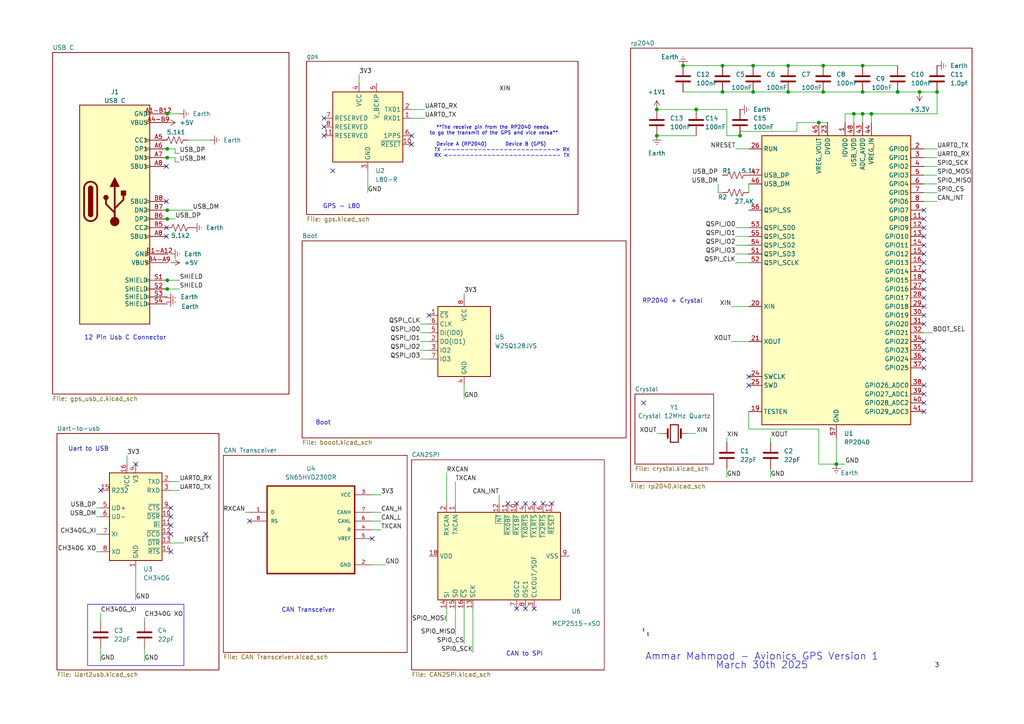
<source format=kicad_sch>
(kicad_sch (version 20231120) (generator "eeschema") (generator_version "8.0")
  (paper "A4")
  (lib_symbols
    (symbol "CAN Transceiver:SN65HVD230DR" (pin_names (offset 1.016))
      (property "Reference" "U" (at -12.7 13.7 0))
      (property "Value" "SN65HVD230DR" (at -12.7 -16.7 0))
      (symbol "SN65HVD230DR_0_0"
        (rectangle (start -12.7 -12.7) (end 12.7 12.7) (stroke (width 0.41)) (fill (type background)))
        (pin input line (at -17.78 5.08 0) (length 5.08) (name "D") (number "1"))
        (pin power_in line (at 17.78 -10.16 180) (length 5.08) (name "GND") (number "2"))
        (pin power_in line (at 17.78 10.16 180) (length 5.08) (name "VCC") (number "3"))
        (pin output line (at 17.78 0 180) (length 5.08) (name "R") (number "4"))
        (pin output line (at 17.78 -2.54 180) (length 5.08) (name "VREF") (number "5"))
        (pin output line (at 17.78 2.54 180) (length 5.08) (name "CANL") (number "6"))
        (pin output line (at 17.78 5.08 180) (length 5.08) (name "CANH") (number "7"))
        (pin input line (at -17.78 2.54 0) (length 5.08) (name "RS") (number "8"))
      )
    )
    (symbol "Device:C" (pin_numbers hide) (pin_names (offset 0.254))
      (property "Reference" "C" (at 0.635 2.54 0))
      (property "Value" "C" (at 0.635 -2.54 0))
      (symbol "C_0_1"
        (polyline (pts (xy -2.032 -0.762) (xy 2.032 -0.762)) (stroke (width 0.508)))
        (polyline (pts (xy -2.032 0.762) (xy 2.032 0.762)) (stroke (width 0.508)))
      )
      (symbol "C_1_1"
        (pin passive line (at 0 3.81 270) (length 2.794) (name "~") (number "1"))
        (pin passive line (at 0 -3.81 90) (length 2.794) (name "~") (number "2"))
      )
    )
    (symbol "Device:Crystal" (pin_numbers hide) (pin_names (offset 1.016) hide)
      (property "Reference" "Y" (at 0 3.81 0))
      (property "Value" "Crystal" (at 0 -3.81 0))
      (symbol "Crystal_0_1"
        (rectangle (start -1.143 2.54) (end 1.143 -2.54) (stroke (width 0.3048)))
        (polyline (pts (xy -2.54 0) (xy -1.905 0)))
        (polyline (pts (xy -1.905 -1.27) (xy -1.905 1.27)) (stroke (width 0.508)))
        (polyline (pts (xy 1.905 -1.27) (xy 1.905 1.27)) (stroke (width 0.508)))
        (polyline (pts (xy 2.54 0) (xy 1.905 0)))
      )
      (symbol "Crystal_1_1"
        (pin passive line (at -3.81 0 0) (length 1.27) (name "1") (number "1"))
        (pin passive line (at 3.81 0 180) (length 1.27) (name "2") (number "2"))
      )
    )
    (symbol "Device:R_US" (pin_numbers hide) (pin_names (offset 0))
      (property "Reference" "R" (at 2.54 0 90))
      (property "Value" "R_US" (at -2.54 0 90))
      (symbol "R_US_0_1"
        (polyline (pts (xy 0 -2.286) (xy 0 -2.54)))
        (polyline (pts (xy 0 2.286) (xy 0 2.54)))
        (polyline (pts (xy 0 -0.762) (xy 1.016 -1.143) (xy 0 -1.524) (xy -1.016 -1.905) (xy 0 -2.286)))
        (polyline (pts (xy 0 0.762) (xy 1.016 0.381) (xy 0 0) (xy -1.016 -0.381) (xy 0 -0.762)))
        (polyline (pts (xy 0 2.286) (xy 1.016 1.905) (xy 0 1.524) (xy -1.016 1.143) (xy 0 0.762)))
      )
      (symbol "R_US_1_1"
        (pin passive line (at 0 3.81 270) (length 1.27) (name "~") (number "1"))
        (pin passive line (at 0 -3.81 90) (length 1.27) (name "~") (number "2"))
      )
    )
    (symbol "Interface_CAN_LIN:MCP2515-xSO"
      (property "Reference" "U" (at -10.16 19.685 0))
      (property "Value" "MCP2515-xSO" (at 19.05 20.32 0))
      (symbol "MCP2515-xSO_0_1"
        (rectangle (start -12.7 17.78) (end 12.7 -17.78) (stroke (width 0.254)) (fill (type background)))
      )
      (symbol "MCP2515-xSO_1_1"
        (pin output line (at 15.24 12.7 180) (length 2.54) (name "TXCAN") (number "1"))
        (pin output line (at 15.24 -5.08 180) (length 2.54) (name "~{RX1BF}") (number "10"))
        (pin output line (at 15.24 -2.54 180) (length 2.54) (name "~{RX0BF}") (number "11"))
        (pin output line (at 15.24 0 180) (length 2.54) (name "~{INT}") (number "12"))
        (pin input line (at -15.24 7.62 0) (length 2.54) (name "SCK") (number "13"))
        (pin input line (at -15.24 15.24 0) (length 2.54) (name "SI") (number "14"))
        (pin output line (at -15.24 12.7 0) (length 2.54) (name "SO") (number "15"))
        (pin input line (at -15.24 10.16 0) (length 2.54) (name "~{CS}") (number "16"))
        (pin input line (at 15.24 -15.24 180) (length 2.54) (name "~{RESET}") (number "17"))
        (pin power_in line (at 0 20.32 270) (length 2.54) (name "VDD") (number "18"))
        (pin input line (at 15.24 15.24 180) (length 2.54) (name "RXCAN") (number "2"))
        (pin output line (at -15.24 -10.16 0) (length 2.54) (name "CLKOUT/SOF") (number "3"))
        (pin input line (at 15.24 -7.62 180) (length 2.54) (name "~{TX0RTS}") (number "4"))
        (pin input line (at 15.24 -10.16 180) (length 2.54) (name "~{TX1RTS}") (number "5"))
        (pin input line (at 15.24 -12.7 180) (length 2.54) (name "~{TX2RTS}") (number "6"))
        (pin output line (at -15.24 -5.08 0) (length 2.54) (name "OSC2") (number "7"))
        (pin input line (at -15.24 -7.62 0) (length 2.54) (name "OSC1") (number "8"))
        (pin power_in line (at 0 -20.32 90) (length 2.54) (name "VSS") (number "9"))
      )
    )
    (symbol "Interface_USB:CH340G"
      (property "Reference" "U" (at -5.08 13.97 0))
      (property "Value" "CH340G" (at 1.27 13.97 0))
      (symbol "CH340G_0_1"
        (rectangle (start -7.62 12.7) (end 7.62 -12.7) (stroke (width 0.254)) (fill (type background)))
      )
      (symbol "CH340G_1_1"
        (pin power_in line (at 0 -15.24 90) (length 2.54) (name "GND") (number "1"))
        (pin input line (at 10.16 0 180) (length 2.54) (name "~{DSR}") (number "10"))
        (pin input line (at 10.16 -2.54 180) (length 2.54) (name "~{RI}") (number "11"))
        (pin input line (at 10.16 -5.08 180) (length 2.54) (name "~{DCD}") (number "12"))
        (pin output line (at 10.16 -7.62 180) (length 2.54) (name "~{DTR}") (number "13"))
        (pin output line (at 10.16 -10.16 180) (length 2.54) (name "~{RTS}") (number "14"))
        (pin input line (at -10.16 7.62 0) (length 2.54) (name "R232") (number "15"))
        (pin power_in line (at -2.54 15.24 270) (length 2.54) (name "VCC") (number "16"))
        (pin output line (at 10.16 10.16 180) (length 2.54) (name "TXD") (number "2"))
        (pin input line (at 10.16 7.62 180) (length 2.54) (name "RXD") (number "3"))
        (pin power_out line (at 0 15.24 270) (length 2.54) (name "V3") (number "4"))
        (pin bidirectional line (at -10.16 2.54 0) (length 2.54) (name "UD+") (number "5"))
        (pin bidirectional line (at -10.16 0 0) (length 2.54) (name "UD-") (number "6"))
        (pin input line (at -10.16 -5.08 0) (length 2.54) (name "XI") (number "7"))
        (pin output line (at -10.16 -10.16 0) (length 2.54) (name "XO") (number "8"))
        (pin input line (at 10.16 2.54 180) (length 2.54) (name "~{CTS}") (number "9"))
      )
    )
    (symbol "MCU_RaspberryPi:RP2040"
      (property "Reference" "U" (at 17.78 45.72 0))
      (property "Value" "RP2040" (at 17.78 43.18 0))
      (symbol "RP2040_0_1"
        (rectangle (start -21.59 41.91) (end 21.59 -41.91) (stroke (width 0.254)) (fill (type background)))
      )
      (symbol "RP2040_1_1"
        (pin power_in line (at 2.54 45.72 270) (length 3.81) (name "IOVDD") (number "1"))
        (pin passive line (at 2.54 45.72 270) (length 3.81) hide (name "IOVDD") (number "10"))
        (pin bidirectional line (at 25.4 17.78 180) (length 3.81) (name "GPIO8") (number "11"))
        (pin bidirectional line (at 25.4 15.24 180) (length 3.81) (name "GPIO9") (number "12"))
        (pin bidirectional line (at 25.4 12.7 180) (length 3.81) (name "GPIO10") (number "13"))
        (pin bidirectional line (at 25.4 10.16 180) (length 3.81) (name "GPIO11") (number "14"))
        (pin bidirectional line (at 25.4 7.62 180) (length 3.81) (name "GPIO12") (number "15"))
        (pin bidirectional line (at 25.4 5.08 180) (length 3.81) (name "GPIO13") (number "16"))
        (pin bidirectional line (at 25.4 2.54 180) (length 3.81) (name "GPIO14") (number "17"))
        (pin bidirectional line (at 25.4 0 180) (length 3.81) (name "GPIO15") (number "18"))
        (pin input line (at -25.4 -38.1 0) (length 3.81) (name "TESTEN") (number "19"))
        (pin bidirectional line (at 25.4 38.1 180) (length 3.81) (name "GPIO0") (number "2"))
        (pin input line (at -25.4 -7.62 0) (length 3.81) (name "XIN") (number "20"))
        (pin passive line (at -25.4 -17.78 0) (length 3.81) (name "XOUT") (number "21"))
        (pin passive line (at 2.54 45.72 270) (length 3.81) hide (name "IOVDD") (number "22"))
        (pin power_in line (at -2.54 45.72 270) (length 3.81) (name "DVDD") (number "23"))
        (pin input line (at -25.4 -27.94 0) (length 3.81) (name "SWCLK") (number "24"))
        (pin bidirectional line (at -25.4 -30.48 0) (length 3.81) (name "SWD") (number "25"))
        (pin input line (at -25.4 38.1 0) (length 3.81) (name "RUN") (number "26"))
        (pin bidirectional line (at 25.4 -2.54 180) (length 3.81) (name "GPIO16") (number "27"))
        (pin bidirectional line (at 25.4 -5.08 180) (length 3.81) (name "GPIO17") (number "28"))
        (pin bidirectional line (at 25.4 -7.62 180) (length 3.81) (name "GPIO18") (number "29"))
        (pin bidirectional line (at 25.4 35.56 180) (length 3.81) (name "GPIO1") (number "3"))
        (pin bidirectional line (at 25.4 -10.16 180) (length 3.81) (name "GPIO19") (number "30"))
        (pin bidirectional line (at 25.4 -12.7 180) (length 3.81) (name "GPIO20") (number "31"))
        (pin bidirectional line (at 25.4 -15.24 180) (length 3.81) (name "GPIO21") (number "32"))
        (pin passive line (at 2.54 45.72 270) (length 3.81) hide (name "IOVDD") (number "33"))
        (pin bidirectional line (at 25.4 -17.78 180) (length 3.81) (name "GPIO22") (number "34"))
        (pin bidirectional line (at 25.4 -20.32 180) (length 3.81) (name "GPIO23") (number "35"))
        (pin bidirectional line (at 25.4 -22.86 180) (length 3.81) (name "GPIO24") (number "36"))
        (pin bidirectional line (at 25.4 -25.4 180) (length 3.81) (name "GPIO25") (number "37"))
        (pin bidirectional line (at 25.4 -30.48 180) (length 3.81) (name "GPIO26_ADC0") (number "38"))
        (pin bidirectional line (at 25.4 -33.02 180) (length 3.81) (name "GPIO27_ADC1") (number "39"))
        (pin bidirectional line (at 25.4 33.02 180) (length 3.81) (name "GPIO2") (number "4"))
        (pin bidirectional line (at 25.4 -35.56 180) (length 3.81) (name "GPIO28_ADC2") (number "40"))
        (pin bidirectional line (at 25.4 -38.1 180) (length 3.81) (name "GPIO29_ADC3") (number "41"))
        (pin passive line (at 2.54 45.72 270) (length 3.81) hide (name "IOVDD") (number "42"))
        (pin power_in line (at 7.62 45.72 270) (length 3.81) (name "ADC_AVDD") (number "43"))
        (pin power_in line (at 10.16 45.72 270) (length 3.81) (name "VREG_IN") (number "44"))
        (pin power_out line (at -5.08 45.72 270) (length 3.81) (name "VREG_VOUT") (number "45"))
        (pin bidirectional line (at -25.4 27.94 0) (length 3.81) (name "USB_DM") (number "46"))
        (pin bidirectional line (at -25.4 30.48 0) (length 3.81) (name "USB_DP") (number "47"))
        (pin power_in line (at 5.08 45.72 270) (length 3.81) (name "USB_VDD") (number "48"))
        (pin passive line (at 2.54 45.72 270) (length 3.81) hide (name "IOVDD") (number "49"))
        (pin bidirectional line (at 25.4 30.48 180) (length 3.81) (name "GPIO3") (number "5"))
        (pin passive line (at -2.54 45.72 270) (length 3.81) hide (name "DVDD") (number "50"))
        (pin bidirectional line (at -25.4 7.62 0) (length 3.81) (name "QSPI_SD3") (number "51"))
        (pin output line (at -25.4 5.08 0) (length 3.81) (name "QSPI_SCLK") (number "52"))
        (pin bidirectional line (at -25.4 15.24 0) (length 3.81) (name "QSPI_SD0") (number "53"))
        (pin bidirectional line (at -25.4 10.16 0) (length 3.81) (name "QSPI_SD2") (number "54"))
        (pin bidirectional line (at -25.4 12.7 0) (length 3.81) (name "QSPI_SD1") (number "55"))
        (pin bidirectional line (at -25.4 20.32 0) (length 3.81) (name "QSPI_SS") (number "56"))
        (pin power_in line (at 0 -45.72 90) (length 3.81) (name "GND") (number "57"))
        (pin bidirectional line (at 25.4 27.94 180) (length 3.81) (name "GPIO4") (number "6"))
        (pin bidirectional line (at 25.4 25.4 180) (length 3.81) (name "GPIO5") (number "7"))
        (pin bidirectional line (at 25.4 22.86 180) (length 3.81) (name "GPIO6") (number "8"))
        (pin bidirectional line (at 25.4 20.32 180) (length 3.81) (name "GPIO7") (number "9"))
      )
    )
    (symbol "Memory_Flash:W25Q128JVS"
      (property "Reference" "U" (at -6.35 11.43 0))
      (property "Value" "W25Q128JVS" (at 7.62 11.43 0))
      (symbol "W25Q128JVS_0_1"
        (rectangle (start -7.62 10.16) (end 7.62 -10.16) (stroke (width 0.254)) (fill (type background)))
      )
      (symbol "W25Q128JVS_1_1"
        (pin input line (at -10.16 7.62 0) (length 2.54) (name "~{CS}") (number "1"))
        (pin bidirectional line (at -10.16 0 0) (length 2.54) (name "DO(IO1)") (number "2"))
        (pin bidirectional line (at -10.16 -2.54 0) (length 2.54) (name "IO2") (number "3"))
        (pin power_in line (at 0 -12.7 90) (length 2.54) (name "GND") (number "4"))
        (pin bidirectional line (at -10.16 2.54 0) (length 2.54) (name "DI(IO0)") (number "5"))
        (pin input line (at -10.16 5.08 0) (length 2.54) (name "CLK") (number "6"))
        (pin bidirectional line (at -10.16 -5.08 0) (length 2.54) (name "IO3") (number "7"))
        (pin power_in line (at 0 12.7 270) (length 2.54) (name "VCC") (number "8"))
      )
    )
    (symbol "RF_GPS:L80-R"
      (property "Reference" "U" (at -10.16 11.43 0))
      (property "Value" "L80-R" (at 10.16 11.43 0))
      (symbol "L80-R_0_1"
        (rectangle (start -10.16 10.16) (end 10.16 -10.16) (stroke (width 0.254)) (fill (type background)))
      )
      (symbol "L80-R_1_1"
        (pin input line (at 12.7 2.54 180) (length 2.54) (name "RXD1") (number "1"))
        (pin input line (at 12.7 -5.08 180) (length 2.54) (name "~{RESET}") (number "10"))
        (pin passive line (at -12.7 -2.54 0) (length 2.54) (name "RESERVED") (number "11"))
        (pin passive line (at 0 -12.7 90) (length 2.54) hide (name "GND") (number "12"))
        (pin output line (at 12.7 5.08 180) (length 2.54) (name "TXD1") (number "2"))
        (pin power_in line (at 0 -12.7 90) (length 2.54) (name "GND") (number "3"))
        (pin power_in line (at -2.54 12.7 270) (length 2.54) (name "VCC") (number "4"))
        (pin power_in line (at 2.54 12.7 270) (length 2.54) (name "V_BCKP") (number "5"))
        (pin output line (at 12.7 -2.54 180) (length 2.54) (name "1PPS") (number "6"))
        (pin passive line (at -12.7 2.54 0) (length 2.54) (name "RESERVED") (number "7"))
        (pin passive line (at -12.7 0 0) (length 2.54) (name "RESERVED") (number "8"))
        (pin no_connect line (at 10.16 0 180) (length 2.54) hide (name "NC") (number "9"))
      )
    )
    (symbol "power:+1V1" (power) (pin_numbers hide) (pin_names (offset 0) hide)
      (property "Value" "+1V1" (at 0 3.556 0))
      (symbol "+1V1_0_1"
        (polyline (pts (xy -0.762 1.27) (xy 0 2.54)))
        (polyline (pts (xy 0 0) (xy 0 2.54)))
        (polyline (pts (xy 0 2.54) (xy 0.762 1.27)))
      )
      (symbol "+1V1_1_1"
        (pin power_in line (at 0 0 90) (length 0) (name "~") (number "1"))
      )
    )
    (symbol "power:+3.3V" (power) (pin_numbers hide) (pin_names (offset 0) hide)
      (property "Value" "+3.3V" (at 0 3.556 0))
      (symbol "+3.3V_0_1"
        (polyline (pts (xy -0.762 1.27) (xy 0 2.54)))
        (polyline (pts (xy 0 0) (xy 0 2.54)))
        (polyline (pts (xy 0 2.54) (xy 0.762 1.27)))
      )
      (symbol "+3.3V_1_1"
        (pin power_in line (at 0 0 90) (length 0) (name "~") (number "1"))
      )
    )
    (symbol "power:+5V" (power) (pin_numbers hide) (pin_names (offset 0) hide)
      (property "Value" "+5V" (at 0 3.556 0))
      (symbol "+5V_0_1"
        (polyline (pts (xy -0.762 1.27) (xy 0 2.54)))
        (polyline (pts (xy 0 0) (xy 0 2.54)))
        (polyline (pts (xy 0 2.54) (xy 0.762 1.27)))
      )
      (symbol "+5V_1_1"
        (pin power_in line (at 0 0 90) (length 0) (name "~") (number "1"))
      )
    )
    (symbol "power:Earth" (power) (pin_numbers hide) (pin_names (offset 0) hide)
      (property "Value" "Earth" (at 0 -3.81 0))
      (symbol "Earth_0_1"
        (polyline (pts (xy -0.635 -1.905) (xy 0.635 -1.905)))
        (polyline (pts (xy -0.127 -2.54) (xy 0.127 -2.54)))
        (polyline (pts (xy 0 -1.27) (xy 0 0)))
        (polyline (pts (xy 1.27 -1.27) (xy -1.27 -1.27)))
      )
      (symbol "Earth_1_1"
        (pin power_in line (at 0 0 270) (length 0) (name "~") (number "1"))
      )
    )
    (symbol "usb-c12pin:USB-C12Pn"
      (property "Reference" "J" (at 0 0 0))
      (symbol "USB-C12Pn_0_0"
        (rectangle (start -5.842 -0.254) (end -4.826 -0.762))
        (rectangle (start -5.842 1.778) (end -4.826 1.27))
        (rectangle (start -5.842 24.384) (end -4.826 23.876))
        (rectangle (start -5.842 39.624) (end -4.826 39.116))
        (rectangle (start -5.842 42.164) (end -4.826 41.656))
        (rectangle (start -5.842 44.704) (end -4.826 44.196))
        (rectangle (start -5.842 52.324) (end -4.826 51.816))
        (rectangle (start -4.826 4.064) (end -5.842 3.556))
        (rectangle (start -4.826 6.604) (end -5.842 6.096))
        (rectangle (start -4.826 11.684) (end -5.842 11.176))
        (rectangle (start -4.826 14.224) (end -5.842 13.716))
        (rectangle (start -4.826 19.304) (end -5.842 18.796))
        (rectangle (start -4.826 21.844) (end -5.842 21.336))
        (rectangle (start -4.826 26.924) (end -5.842 26.416))
        (rectangle (start -4.826 29.464) (end -5.842 28.956))
        (rectangle (start -4.826 47.244) (end -5.842 46.736))
        (rectangle (start -4.826 54.864) (end -5.842 54.356))
      )
      (symbol "USB-C12Pn_0_1"
        (rectangle (start -25.146 57.15) (end -4.826 -6.35) (stroke (width 0.254)) (fill (type background)))
        (arc (start -23.876 25.4) (mid -21.971 23.5033) (end -20.066 25.4) (stroke (width 0.508)))
        (arc (start -22.606 25.4) (mid -21.971 24.7677) (end -21.336 25.4) (stroke (width 0.254)))
        (arc (start -22.606 25.4) (mid -21.971 24.7677) (end -21.336 25.4) (stroke (width 0.254)) (fill (type outline)))
        (rectangle (start -22.606 25.4) (end -21.336 33.02) (stroke (width 0.254)) (fill (type outline)))
        (arc (start -21.336 33.02) (mid -21.971 33.6523) (end -22.606 33.02) (stroke (width 0.254)))
        (arc (start -21.336 33.02) (mid -21.971 33.6523) (end -22.606 33.02) (stroke (width 0.254)) (fill (type outline)))
        (arc (start -20.066 33.02) (mid -21.971 34.9167) (end -23.876 33.02) (stroke (width 0.508)))
        (polyline (pts (xy -23.876 25.4) (xy -23.876 33.02)) (stroke (width 0.508)))
        (polyline (pts (xy -20.066 33.02) (xy -20.066 25.4)) (stroke (width 0.508)))
      )
      (symbol "USB-C12Pn_1_1"
        (circle (center -17.526 30.353) (radius 0.635) (stroke (width 0.254)) (fill (type outline)))
        (circle (center -14.986 23.368) (radius 1.27) (fill (type outline)))
        (rectangle (start -13.081 30.988) (end -11.811 32.258) (stroke (width 0.254)) (fill (type outline)))
        (polyline (pts (xy -14.986 23.368) (xy -14.986 33.528)) (stroke (width 0.508)))
        (polyline (pts (xy -14.986 25.908) (xy -17.526 28.448) (xy -17.526 29.718)) (stroke (width 0.508)))
        (polyline (pts (xy -14.986 27.178) (xy -12.446 29.718) (xy -12.446 30.988)) (stroke (width 0.508)))
        (polyline (pts (xy -16.256 33.528) (xy -14.986 36.068) (xy -13.716 33.528) (xy -16.256 33.528)) (stroke (width 0.254)) (fill (type outline)))
        (pin passive line (at 0.254 54.61 180) (length 5.08) (name "GND") (number "A1-B12"))
        (pin bidirectional line (at 0.254 52.07 180) (length 5.08) (name "VBUS") (number "A4-B9"))
        (pin bidirectional line (at 0.254 46.99 180) (length 5.08) (name "CC1") (number "A5"))
        (pin bidirectional line (at 0.254 44.45 180) (length 5.08) (name "DP1") (number "A6"))
        (pin bidirectional line (at 0.254 41.91 180) (length 5.08) (name "DN1") (number "A7"))
        (pin bidirectional line (at 0.254 19.05 180) (length 5.08) (name "SBU1") (number "A8"))
        (pin bidirectional line (at 0.254 39.37 180) (length 5.08) (name "SBU1") (number "A8"))
        (pin passive line (at 0.508 13.97 180) (length 5.08) (name "GND") (number "B1-A12"))
        (pin bidirectional line (at 0.508 11.43 180) (length 5.08) (name "VBUS") (number "B4-A9"))
        (pin bidirectional line (at 0.254 21.59 180) (length 5.08) (name "CC2") (number "B5"))
        (pin bidirectional line (at 0.254 24.13 180) (length 5.08) (name "DP2") (number "B6"))
        (pin bidirectional line (at 0.254 26.67 180) (length 5.08) (name "DN2") (number "B7"))
        (pin bidirectional line (at 0.254 29.21 180) (length 5.08) (name "SBU2") (number "B8"))
        (pin passive line (at 0.254 6.35 180) (length 5.08) (name "SHIELD") (number "S1"))
        (pin passive line (at 0.254 3.81 180) (length 5.08) (name "SHIELD") (number "S2"))
        (pin passive line (at 0.254 1.524 180) (length 5.08) (name "SHIELD") (number "S3"))
        (pin passive line (at 0.254 -0.508 180) (length 5.08) (name "SHIELD") (number "S4"))
      )
    )
  )
  (junction (at 209.55 19.05))
  (junction (at 48.514 83.82))
  (junction (at 228.6 26.67))
  (junction (at 238.76 19.05))
  (junction (at 250.19 19.05))
  (junction (at 247.65 33.02))
  (junction (at 266.7 26.67))
  (junction (at 250.19 26.67))
  (junction (at 242.57 134.62))
  (junction (at 271.78 26.67))
  (junction (at 48.514 63.5))
  (junction (at 190.5 39.37))
  (junction (at 260.35 26.67))
  (junction (at 190.5 31.75))
  (junction (at 48.514 33.02))
  (junction (at 237.49 35.56))
  (junction (at 48.514 43.18))
  (junction (at 238.76 26.67))
  (junction (at 48.514 60.96))
  (junction (at 48.514 81.28))
  (junction (at 252.73 33.02))
  (junction (at 201.93 31.75))
  (junction (at 228.6 19.05))
  (junction (at 214.63 39.37))
  (junction (at 209.55 26.67))
  (junction (at 218.44 26.67))
  (junction (at 48.514 45.72))
  (junction (at 218.44 19.05))
  (junction (at 250.19 33.02))
  (junction (at 198.12 19.05))
  (no_connect (at 267.97 78.74))
  (no_connect (at 107.95 156.21))
  (no_connect (at 267.97 116.84))
  (no_connect (at 157.48 146.05))
  (no_connect (at 217.17 109.22))
  (no_connect (at 267.97 104.14))
  (no_connect (at 267.97 101.6))
  (no_connect (at 93.98 39.37))
  (no_connect (at 39.37 134.62))
  (no_connect (at 267.97 93.98))
  (no_connect (at 267.97 81.28))
  (no_connect (at 267.97 71.12))
  (no_connect (at 217.17 111.76))
  (no_connect (at 147.32 146.05))
  (no_connect (at 267.97 111.76))
  (no_connect (at 49.53 154.94))
  (no_connect (at 267.97 63.5))
  (no_connect (at 267.97 66.04))
  (no_connect (at 29.21 142.24))
  (no_connect (at 267.97 106.68))
  (no_connect (at 119.38 39.37))
  (no_connect (at 267.97 76.2))
  (no_connect (at 48.26 58.42))
  (no_connect (at 154.94 176.53))
  (no_connect (at 124.46 91.44))
  (no_connect (at 267.97 114.3))
  (no_connect (at 267.97 86.36))
  (no_connect (at 267.97 91.44))
  (no_connect (at 154.94 146.05))
  (no_connect (at 59.69 154.94))
  (no_connect (at 267.97 73.66))
  (no_connect (at 49.53 152.4))
  (no_connect (at 160.02 146.05))
  (no_connect (at 267.97 88.9))
  (no_connect (at 149.86 176.53))
  (no_connect (at 267.97 83.82))
  (no_connect (at 49.53 160.02))
  (no_connect (at 48.26 48.26))
  (no_connect (at 267.97 99.06))
  (no_connect (at 267.97 119.38))
  (no_connect (at 49.53 149.86))
  (no_connect (at 48.26 68.58))
  (no_connect (at 152.4 176.53))
  (no_connect (at 119.38 41.91))
  (no_connect (at 149.86 146.05))
  (no_connect (at 96.52 49.53))
  (no_connect (at 72.39 151.13))
  (no_connect (at 152.4 146.05))
  (no_connect (at 267.97 60.96))
  (no_connect (at 93.98 34.29))
  (no_connect (at 49.53 147.32))
  (no_connect (at 93.98 36.83))
  (no_connect (at 267.97 68.58))
  (no_connect (at 48.26 66.04))
  (no_connect (at 186.69 116.84))
  (wire (pts (xy 107.95 153.67) (xy 110.49 153.67)))
  (wire (pts (xy 250.19 35.56) (xy 250.19 33.02)))
  (wire (pts (xy 121.92 99.06) (xy 124.46 99.06)))
  (wire (pts (xy 267.97 58.42) (xy 271.78 58.42)))
  (wire (pts (xy 107.95 163.83) (xy 111.76 163.83)))
  (wire (pts (xy 218.44 19.05) (xy 228.6 19.05)))
  (wire (pts (xy 60.96 40.64) (xy 54.61 40.64)))
  (wire (pts (xy 267.97 55.88) (xy 271.78 55.88)))
  (wire (pts (xy 250.19 33.02) (xy 252.73 33.02)))
  (wire (pts (xy 190.5 39.37) (xy 201.93 39.37)))
  (wire (pts (xy 48.26 63.5) (xy 48.514 63.5)))
  (wire (pts (xy 48.514 63.5) (xy 50.8 63.5)))
  (wire (pts (xy 134.62 111.76) (xy 134.62 115.57)))
  (wire (pts (xy 250.19 33.02) (xy 247.65 33.02)))
  (wire (pts (xy 50.8 46.99) (xy 52.07 46.99)))
  (wire (pts (xy 260.35 26.67) (xy 266.7 26.67)))
  (wire (pts (xy 50.8 44.45) (xy 50.8 43.18)))
  (wire (pts (xy 245.11 33.02) (xy 247.65 33.02)))
  (wire (pts (xy 36.83 132.08) (xy 36.83 134.62)))
  (wire (pts (xy 107.95 143.51) (xy 110.49 143.51)))
  (wire (pts (xy 231.14 38.1) (xy 231.14 35.56)))
  (wire (pts (xy 210.82 31.75) (xy 210.82 39.37)))
  (wire (pts (xy 39.37 165.1) (xy 39.37 173.99)))
  (wire (pts (xy 27.94 147.32) (xy 29.21 147.32)))
  (wire (pts (xy 228.6 26.67) (xy 238.76 26.67)))
  (wire (pts (xy 50.8 45.72) (xy 48.514 45.72)))
  (wire (pts (xy 223.52 127) (xy 223.52 128.27)))
  (wire (pts (xy 119.38 31.75) (xy 123.19 31.75)))
  (wire (pts (xy 208.28 55.88) (xy 208.28 53.34)))
  (wire (pts (xy 210.82 39.37) (xy 214.63 39.37)))
  (wire (pts (xy 252.73 33.02) (xy 271.78 33.02)))
  (wire (pts (xy 228.6 19.05) (xy 238.76 19.05)))
  (wire (pts (xy 121.92 104.14) (xy 124.46 104.14)))
  (wire (pts (xy 129.54 137.16) (xy 129.54 146.05)))
  (wire (pts (xy 213.36 73.66) (xy 217.17 73.66)))
  (wire (pts (xy 238.76 19.05) (xy 250.19 19.05)))
  (wire (pts (xy 198.12 19.05) (xy 209.55 19.05)))
  (wire (pts (xy 132.08 176.53) (xy 132.08 184.15)))
  (wire (pts (xy 27.94 154.94) (xy 29.21 154.94)))
  (wire (pts (xy 29.21 177.8) (xy 29.21 180.34)))
  (wire (pts (xy 48.26 43.18) (xy 48.514 43.18)))
  (wire (pts (xy 214.63 38.1) (xy 231.14 38.1)))
  (wire (pts (xy 267.97 45.72) (xy 271.78 45.72)))
  (wire (pts (xy 231.14 35.56) (xy 237.49 35.56)))
  (wire (pts (xy 238.76 26.67) (xy 250.19 26.67)))
  (wire (pts (xy 237.49 35.56) (xy 240.03 35.56)))
  (wire (pts (xy 267.97 53.34) (xy 271.78 53.34)))
  (wire (pts (xy 134.62 176.53) (xy 134.62 186.69)))
  (wire (pts (xy 242.57 127) (xy 242.57 134.62)))
  (wire (pts (xy 29.21 187.96) (xy 29.21 191.77)))
  (wire (pts (xy 237.49 124.46) (xy 237.49 134.62)))
  (wire (pts (xy 267.97 43.18) (xy 271.78 43.18)))
  (wire (pts (xy 107.95 151.13) (xy 110.49 151.13)))
  (wire (pts (xy 48.514 83.82) (xy 52.07 83.82)))
  (wire (pts (xy 267.97 96.52) (xy 270.51 96.52)))
  (wire (pts (xy 242.57 134.62) (xy 245.11 134.62)))
  (wire (pts (xy 250.19 26.67) (xy 260.35 26.67)))
  (wire (pts (xy 48.514 60.96) (xy 55.88 60.96)))
  (wire (pts (xy 252.73 35.56) (xy 252.73 33.02)))
  (wire (pts (xy 190.5 125.73) (xy 191.77 125.73)))
  (wire (pts (xy 271.78 33.02) (xy 271.78 26.67)))
  (wire (pts (xy 217.17 119.38) (xy 217.17 124.46)))
  (wire (pts (xy 119.38 34.29) (xy 123.19 34.29)))
  (wire (pts (xy 198.12 26.67) (xy 209.55 26.67)))
  (wire (pts (xy 210.82 127) (xy 210.82 128.27)))
  (wire (pts (xy 48.514 33.02) (xy 52.07 33.02)))
  (wire (pts (xy 210.82 50.8) (xy 209.55 50.8)))
  (wire (pts (xy 190.5 31.75) (xy 201.93 31.75)))
  (wire (pts (xy 214.63 38.1) (xy 214.63 39.37)))
  (wire (pts (xy 121.92 93.98) (xy 124.46 93.98)))
  (wire (pts (xy 267.97 50.8) (xy 271.78 50.8)))
  (wire (pts (xy 121.92 101.6) (xy 124.46 101.6)))
  (wire (pts (xy 212.09 88.9) (xy 217.17 88.9)))
  (wire (pts (xy 48.26 60.96) (xy 48.514 60.96)))
  (wire (pts (xy 106.68 49.53) (xy 106.68 55.88)))
  (wire (pts (xy 223.52 135.89) (xy 223.52 138.43)))
  (wire (pts (xy 213.36 71.12) (xy 217.17 71.12)))
  (wire (pts (xy 48.26 33.02) (xy 48.514 33.02)))
  (wire (pts (xy 104.14 21.59) (xy 104.14 24.13)))
  (wire (pts (xy 50.8 44.45) (xy 52.07 44.45)))
  (wire (pts (xy 49.53 142.24) (xy 52.07 142.24)))
  (wire (pts (xy 129.54 176.53) (xy 129.54 180.34)))
  (wire (pts (xy 48.26 83.82) (xy 48.514 83.82)))
  (wire (pts (xy 267.97 48.26) (xy 271.78 48.26)))
  (wire (pts (xy 209.55 55.88) (xy 208.28 55.88)))
  (wire (pts (xy 49.53 139.7) (xy 52.07 139.7)))
  (wire (pts (xy 121.92 96.52) (xy 124.46 96.52)))
  (wire (pts (xy 237.49 134.62) (xy 242.57 134.62)))
  (wire (pts (xy 217.17 53.34) (xy 217.17 55.88)))
  (wire (pts (xy 50.8 43.18) (xy 48.514 43.18)))
  (wire (pts (xy 213.36 66.04) (xy 217.17 66.04)))
  (wire (pts (xy 213.36 68.58) (xy 217.17 68.58)))
  (wire (pts (xy 209.55 19.05) (xy 218.44 19.05)))
  (wire (pts (xy 199.39 125.73) (xy 201.93 125.73)))
  (wire (pts (xy 50.8 46.99) (xy 50.8 45.72)))
  (wire (pts (xy 49.53 157.48) (xy 53.34 157.48)))
  (wire (pts (xy 132.08 139.7) (xy 132.08 146.05)))
  (wire (pts (xy 247.65 33.02) (xy 247.65 35.56)))
  (wire (pts (xy 266.7 26.67) (xy 271.78 26.67)))
  (wire (pts (xy 213.36 76.2) (xy 217.17 76.2)))
  (wire (pts (xy 137.16 176.53) (xy 137.16 189.23)))
  (wire (pts (xy 212.09 99.06) (xy 217.17 99.06)))
  (wire (pts (xy 144.78 143.51) (xy 144.78 146.05)))
  (wire (pts (xy 201.93 31.75) (xy 210.82 31.75)))
  (wire (pts (xy 217.17 124.46) (xy 237.49 124.46)))
  (wire (pts (xy 48.26 81.28) (xy 48.514 81.28)))
  (wire (pts (xy 134.62 85.09) (xy 134.62 86.36)))
  (wire (pts (xy 41.91 179.07) (xy 41.91 180.34)))
  (wire (pts (xy 218.44 26.67) (xy 228.6 26.67)))
  (wire (pts (xy 250.19 19.05) (xy 260.35 19.05)))
  (wire (pts (xy 245.11 35.56) (xy 245.11 33.02)))
  (wire (pts (xy 48.26 45.72) (xy 48.514 45.72)))
  (wire (pts (xy 41.91 187.96) (xy 41.91 191.77)))
  (wire (pts (xy 48.514 81.28) (xy 52.07 81.28)))
  (wire (pts (xy 209.55 26.67) (xy 218.44 26.67)))
  (wire (pts (xy 27.94 160.02) (xy 29.21 160.02)))
  (wire (pts (xy 27.94 149.86) (xy 29.21 149.86)))
  (wire (pts (xy 71.12 148.59) (xy 72.39 148.59)))
  (wire (pts (xy 210.82 135.89) (xy 210.82 138.43)))
  (wire (pts (xy 107.95 148.59) (xy 110.49 148.59)))
  (wire (pts (xy 213.36 43.18) (xy 217.17 43.18)))
  (rectangle (start 25.4 175.26) (end 53.34 193.04))
  (text "Ammar Mahmood - Avionics GPS Version 1" (at 220.98 190.5 0) (effects (font (size 2.032 2.032))))
  (text "CAN Transceiver\n" (at 89.408 177.038 0) (effects (font (size 1.27 1.27))))
  (text "12 Pin Usb C Connector\n" (at 36.322 98.044 0) (effects (font (size 1.27 1.27))))
  (text "1\n" (at 187.96 184.15 0) (effects (font (size 0.762 0.762))))
  (text "CAN to SPI" (at 152.146 189.738 0) (effects (font (size 1.27 1.27))))
  (text "March 30th 2025\n" (at 220.98 193.04 0) (effects (font (size 2.032 2.032))))
  (text "RP2040 + Crystal\n" (at 195.072 87.376 0) (effects (font (size 1.27 1.27))))
  (text "GPS - L80" (at 99.06 59.944 0) (effects (font (size 1.27 1.27))))
  (text "3\n" (at 271.78 193.04 0) (effects (font (size 1.27 1.27))))
  (text "Uart to USB\n" (at 25.654 130.302 0) (effects (font (size 1.27 1.27))))
  (text "Boot\n" (at 93.726 122.682 0) (effects (font (size 1.27 1.27))))
  (text "1\n" (at 186.69 182.88 0) (effects (font (size 0.762 0.762))))
  (text "**The receive pin from the RP2040 needs \nto go the transmit of the GPS and vice versa**\n\nDevice A (RP2040)       Device B (GPS)  \n        TX --------------------------> RX  \n        RX <-------------------------- TX  \n" (at 143.256 41.148 0) (effects (font (size 1.016 1.016))))
  (label "GND" (at 210.82 138.43 0))
  (label "USB_DP	" (at 210.82 50.8 180))
  (label "3V3" (at 110.49 143.51 0))
  (label "RXCAN" (at 129.54 137.16 0))
  (label "QSPI_IO2" (at 121.92 101.6 180))
  (label "GND" (at 41.91 191.77 0))
  (label "UART0_RX" (at 123.19 31.75 0))
  (label "SPI0_CS" (at 134.62 186.69 180))
  (label "SPI0_MOSI" (at 129.54 180.34 180))
  (label "QSPI_IO3" (at 121.92 104.14 180))
  (label "3V3" (at 36.83 132.08 0))
  (label "CAN_INT" (at 271.78 58.42 0))
  (label "CH340G XO" (at 27.94 160.02 180))
  (label "GND" (at 223.52 138.43 0))
  (label "QSPI_CLK" (at 121.92 93.98 180))
  (label "CH340G XO" (at 41.91 179.07 0))
  (label "3V3" (at 134.62 85.09 0))
  (label "CAN_INT" (at 144.78 143.51 180))
  (label "TXCAN" (at 132.08 139.7 0))
  (label "GND" (at 111.76 163.83 0))
  (label "XIN" (at 210.82 127 0))
  (label "SHIELD" (at 52.07 81.28 0))
  (label "SPI0_MISO" (at 132.08 184.15 180))
  (label "NRESET" (at 213.36 43.18 180))
  (label "BOOT_SEL" (at 270.51 96.52 0))
  (label "UART0_RX" (at 271.78 45.72 0))
  (label "XIN" (at 212.09 88.9 180))
  (label "QSPI_IO2" (at 213.36 71.12 180))
  (label "UART0_TX" (at 271.78 43.18 0))
  (label "CH340G_XI" (at 27.94 154.94 180))
  (label "SPI0_CS" (at 271.78 55.88 0))
  (label "GND" (at 134.62 115.57 0))
  (label "GND" (at 245.11 134.62 0))
  (label "USB_DM" (at 52.07 46.99 0))
  (label "SPI0_MISO" (at 271.78 53.34 0))
  (label "GND" (at 29.21 191.77 0))
  (label "QSPI_IO1" (at 213.36 68.58 180))
  (label "UART0_TX" (at 52.07 142.24 0))
  (label "USB_DM" (at 55.88 60.96 0))
  (label "XOUT" (at 212.09 99.06 180))
  (label "CAN_H" (at 110.49 148.59 0))
  (label "USB_DP" (at 52.07 44.45 0))
  (label "SPI0_MOSI" (at 271.78 50.8 0))
  (label "UART0_TX" (at 123.19 34.29 0))
  (label "SPI0_SCK" (at 137.16 189.23 180))
  (label "UART0_RX" (at 52.07 139.7 0))
  (label "USB_DM" (at 208.28 53.34 180))
  (label "QSPI_CLK" (at 213.36 76.2 180))
  (label "NRESET" (at 53.34 157.48 0))
  (label "XOUT" (at 223.52 127 0))
  (label "SHIELD" (at 52.07 83.82 0))
  (label "XIN" (at 144.78 26.67 0))
  (label "3V3" (at 104.14 21.59 0))
  (label "GND" (at 106.68 55.88 0))
  (label "QSPI_IO0" (at 213.36 66.04 180))
  (label "TXCAN" (at 110.49 153.67 0))
  (label "SPI0_SCK" (at 271.78 48.26 0))
  (label "XOUT" (at 190.5 125.73 180))
  (label "CAN_L" (at 110.49 151.13 0))
  (label "RXCAN" (at 71.12 148.59 180))
  (label "QSPI_IO1" (at 121.92 99.06 180))
  (label "CH340G_XI" (at 29.21 177.8 0))
  (label "QSPI_IO0" (at 121.92 96.52 180))
  (label "USB_DP" (at 50.8 63.5 0))
  (label "QSPI_IO3" (at 213.36 73.66 180))
  (label "USB_DP" (at 27.94 147.32 180))
  (label "USB_DM" (at 27.94 149.86 180))
  (label "XIN" (at 201.93 125.73 0))
  (label "GND" (at 39.37 173.99 0))
  (symbol (lib_id "CAN Transceiver:SN65HVD230DR") (at 90.17 153.67 0) (unit 1)
    (property "Reference" "U4" (at 90.17 135.89 0))
    (property "Value" "SN65HVD230DR" (at 90.17 138.43 0))
    (property "Footprint" "SN65HVD230DR:SOIC127P599X175-8N" (effects (hide yes)))
    (property "DigiKey_Part_Number" "296-11654-2-ND" (effects (hide yes)))
    (property "SnapEDA_Link" "https://www.snapeda.com/parts/SN65HVD230DR/Texas+Instruments/view-part/?ref=snap" (effects (hide yes)))
    (property "Description_1" "\n                        \n                            3.3 V CAN Transceiver with Standby Mode\n                        \n" (effects (hide yes)))
    (property "MF" "Texas Instruments" (effects (hide yes)))
    (property "Package" "SOIC-8 Texas Instruments" (effects (hide yes)))
    (property "Check_prices" "https://www.snapeda.com/parts/SN65HVD230DR/Texas+Instruments/view-part/?ref=eda" (effects (hide yes)))
    (property "MP" "SN65HVD230DR" (effects (hide yes)))
  )
  (symbol (lib_id "Device:C") (at 250.19 22.86 0) (unit 1)
    (property "Reference" "C9" (at 254 22.86 0) (effects (justify left)))
    (property "Value" "100nF" (at 252.73 25.4 0) (effects (justify left)))
    (property "Footprint" "Capacitor_SMD:C_0402_1005Metric" (effects (hide yes)))
    (property "Description" "Unpolarized capacitor" (effects (hide yes)))
    (property "LCSL" "C14663" (effects (hide yes)))
  )
  (symbol (lib_id "power:Earth") (at 52.07 33.02 90) (unit 1)
    (property "Reference" "#PWR012" (effects (hide yes)))
    (property "Value" "Earth" (at 55.88 33.0199 90) (effects (justify right)))
    (property "Description" "Power symbol creates a global label with name \"Earth\"" (effects (hide yes)))
  )
  (symbol (lib_id "Device:C") (at 210.82 132.08 0) (unit 1)
    (property "Reference" "C1" (at 214.63 130.8099 0) (effects (justify left)))
    (property "Value" "22pF" (at 214.63 133.3499 0) (effects (justify left)))
    (property "Footprint" "Capacitor_SMD:C_0402_1005Metric" (effects (hide yes)))
    (property "Description" "Unpolarized capacitor" (effects (hide yes)))
    (property "LCSL" "C106203" (effects (hide yes)))
  )
  (symbol (lib_id "MCU_RaspberryPi:RP2040") (at 242.57 81.28 0) (unit 1)
    (property "Reference" "U1" (at 244.7641 125.73 0) (effects (justify left)))
    (property "Value" "RP2040" (at 244.7641 128.27 0) (effects (justify left)))
    (property "Footprint" "Package_DFN_QFN:QFN-56-1EP_7x7mm_P0.4mm_EP3.2x3.2mm" (effects (hide yes)))
    (property "Datasheet" "https://datasheets.raspberrypi.com/rp2040/rp2040-datasheet.pdf" (effects (hide yes)))
    (property "Description" "A microcontroller by Raspberry Pi" (effects (hide yes)))
  )
  (symbol (lib_id "Device:C") (at 209.55 22.86 0) (unit 1)
    (property "Reference" "C5" (at 213.36 21.5899 0) (effects (justify left)))
    (property "Value" "100nF" (at 212.09 25.4 0) (effects (justify left)))
    (property "Footprint" "Capacitor_SMD:C_0402_1005Metric" (effects (hide yes)))
    (property "Description" "Unpolarized capacitor" (effects (hide yes)))
    (property "LCSL" "C14663" (effects (hide yes)))
  )
  (symbol (lib_id "power:+5V") (at 48.26 35.56 270) (unit 1)
    (property "Reference" "#PWR09" (effects (hide yes)))
    (property "Value" "+5V" (at 52.07 35.5599 90) (effects (justify left)))
    (property "Description" "Power symbol creates a global label with name \"+5V\"" (effects (hide yes)))
  )
  (symbol (lib_id "Device:C") (at 41.91 184.15 0) (unit 1)
    (property "Reference" "C4" (at 45.72 182.8799 0) (effects (justify left)))
    (property "Value" "22pF" (at 45.72 185.4199 0) (effects (justify left)))
    (property "Footprint" "Capacitor_SMD:C_0402_1005Metric" (effects (hide yes)))
    (property "Description" "Unpolarized capacitor" (effects (hide yes)))
    (property "LCSL" "C106203" (effects (hide yes)))
  )
  (symbol (lib_id "power:Earth") (at 242.57 134.62 0) (unit 1)
    (property "Reference" "#PWR07" (effects (hide yes)))
    (property "Value" "Earth" (at 246.38 137.16 0))
    (property "Description" "Power symbol creates a global label with name \"Earth\"" (effects (hide yes)))
  )
  (symbol (lib_id "power:+5V") (at 49.53 76.2 270) (unit 1)
    (property "Reference" "#PWR010" (effects (hide yes)))
    (property "Value" "+5V" (at 53.34 76.1999 90) (effects (justify left)))
    (property "Description" "Power symbol creates a global label with name \"+5V\"" (effects (hide yes)))
  )
  (symbol (lib_id "power:+1V1") (at 190.5 31.75 0) (unit 1)
    (property "Reference" "#PWR05" (effects (hide yes)))
    (property "Value" "+1V1" (at 190.5 26.67 0))
    (property "Description" "Power symbol creates a global label with name \"+1V1\"" (effects (hide yes)))
  )
  (symbol (lib_id "Device:C") (at 218.44 22.86 0) (unit 1)
    (property "Reference" "C6" (at 222.25 21.5899 0) (effects (justify left)))
    (property "Value" "100nF" (at 222.25 25.4 0) (effects (justify left)))
    (property "Footprint" "Capacitor_SMD:C_0402_1005Metric" (effects (hide yes)))
    (property "Description" "Unpolarized capacitor" (effects (hide yes)))
    (property "LCSL" "C14663" (effects (hide yes)))
  )
  (symbol (lib_id "power:Earth") (at 55.88 66.04 90) (unit 1)
    (property "Reference" "#PWR08" (effects (hide yes)))
    (property "Value" "Earth" (at 59.69 66.0399 90) (effects (justify right)))
    (property "Description" "Power symbol creates a global label with name \"Earth\"" (effects (hide yes)))
  )
  (symbol (lib_id "Interface_CAN_LIN:MCP2515-xSO") (at 144.78 161.29 90) (unit 1)
    (property "Reference" "U6" (at 167.132 177.292 90))
    (property "Value" "MCP2515-xSO" (at 167.132 180.848 90))
    (property "Footprint" "Package_SO:SOIC-18W_7.5x11.6mm_P1.27mm" (effects (hide yes)))
    (property "Datasheet" "http://ww1.microchip.com/downloads/en/DeviceDoc/21801e.pdf" (effects (hide yes)))
    (property "Description" "Stand-Alone CAN Controller with SPI Interface, SOIC-18" (effects (hide yes)))
  )
  (symbol (lib_id "Device:C") (at 271.78 22.86 0) (unit 1)
    (property "Reference" "C11" (at 275.59 21.5899 0) (effects (justify left)))
    (property "Value" "1.0pf" (at 275.59 24.1299 0) (effects (justify left)))
    (property "Footprint" "Capacitor_SMD:C_0402_1005Metric" (effects (hide yes)))
    (property "Description" "Unpolarized capacitor" (effects (hide yes)))
    (property "LCSL" "C72134" (effects (hide yes)))
  )
  (symbol (lib_id "Memory_Flash:W25Q128JVS") (at 134.62 99.06 0) (unit 1)
    (property "Reference" "U5" (at 143.51 97.7899 0) (effects (justify left)))
    (property "Value" "W25Q128JVS" (at 143.51 100.3299 0) (effects (justify left)))
    (property "Footprint" "Package_SO:SOIC-8_5.23x5.23mm_P1.27mm" (effects (hide yes)))
    (property "Datasheet" "https://www.winbond.com/resource-files/w25q128jv_dtr%20revc%2003272018%20plus.pdf" (effects (hide yes)))
    (property "Description" "128Mb Serial Flash Memory, Standard/Dual/Quad SPI, SOIC-8" (effects (hide yes)))
  )
  (symbol (lib_id "power:Earth") (at 48.26 86.36 90) (unit 1)
    (property "Reference" "#PWR014" (effects (hide yes)))
    (property "Value" "Earth" (at 52.324 86.106 90) (effects (justify right)))
    (property "Description" "Power symbol creates a global label with name \"Earth\"" (effects (hide yes)))
  )
  (symbol (lib_id "Interface_USB:CH340G") (at 39.37 149.86 0) (unit 1)
    (property "Reference" "U3" (at 41.5641 165.1 0) (effects (justify left)))
    (property "Value" "CH340G" (at 41.5641 167.64 0) (effects (justify left)))
    (property "Footprint" "Package_SO:SOIC-16_3.9x9.9mm_P1.27mm" (effects (hide yes)))
    (property "Datasheet" "http://www.datasheet5.com/pdf-local-2195953" (effects (hide yes)))
    (property "Description" "USB serial converter, UART, SOIC-16" (effects (hide yes)))
  )
  (symbol (lib_id "power:Earth") (at 48.26 87.63 90) (unit 1)
    (property "Reference" "#PWR015" (effects (hide yes)))
    (property "Value" "Earth" (at 52.578 88.9 90) (effects (justify right)))
    (property "Description" "Power symbol creates a global label with name \"Earth\"" (effects (hide yes)))
  )
  (symbol (lib_id "power:+3.3V") (at 266.7 26.67 180) (unit 1)
    (property "Reference" "#PWR03" (effects (hide yes)))
    (property "Value" "+3.3V" (at 266.7 31.75 0))
    (property "Description" "Power symbol creates a global label with name \"+3.3V\"" (effects (hide yes)))
  )
  (symbol (lib_id "Device:C") (at 29.21 184.15 0) (unit 1)
    (property "Reference" "C3" (at 33.02 182.8799 0) (effects (justify left)))
    (property "Value" "22pF" (at 33.02 185.4199 0) (effects (justify left)))
    (property "Footprint" "Capacitor_SMD:C_0402_1005Metric" (effects (hide yes)))
    (property "Description" "Unpolarized capacitor" (effects (hide yes)))
    (property "LCSL" "C106203" (effects (hide yes)))
  )
  (symbol (lib_id "Device:R_US") (at 213.36 50.8 90) (unit 1)
    (property "Reference" "R1" (at 210.82 49.53 90))
    (property "Value" "5.1k" (at 217.17 49.53 90))
    (property "Footprint" "Resistor_SMD:R_0402_1005Metric" (effects (hide yes)))
    (property "Description" "Resistor, US symbol" (effects (hide yes)))
    (property "LCSL" "C23186" (effects (hide yes)))
  )
  (symbol (lib_id "Device:R_US") (at 50.8 40.64 90) (unit 1)
    (property "Reference" "5.1k1" (at 51.054 38.354 90))
    (property "Value" "5.1k" (effects (hide yes)))
    (property "Footprint" "Resistor_SMD:R_0402_1005Metric" (effects (hide yes)))
    (property "Description" "Resistor, US symbol" (effects (hide yes)))
    (property "LCSL" "C23186" (effects (hide yes)))
  )
  (symbol (lib_id "power:Earth") (at 198.12 19.05 180) (unit 1)
    (property "Reference" "#PWR01" (effects (hide yes)))
    (property "Value" "Earth" (at 194.31 16.51 0))
    (property "Description" "Power symbol creates a global label with name \"Earth\"" (effects (hide yes)))
  )
  (symbol (lib_id "Device:C") (at 223.52 132.08 0) (unit 1)
    (property "Reference" "C2" (at 227.33 130.8099 0) (effects (justify left)))
    (property "Value" "22pF" (at 227.33 133.3499 0) (effects (justify left)))
    (property "Footprint" "Capacitor_SMD:C_0402_1005Metric" (effects (hide yes)))
    (property "Description" "Unpolarized capacitor" (effects (hide yes)))
    (property "LCSL" "C106203" (effects (hide yes)))
  )
  (symbol (lib_id "usb-c12pin:USB-C12Pn") (at 48.26 87.63 0) (unit 1)
    (property "Reference" "J1" (at 33.3375 26.67 0))
    (property "Value" "USB C" (at 33.3375 29.21 0))
    (property "Footprint" "Connector_USB:USB_C_Receptacle_GCT_USB4105-xx-A_16P_TopMnt_Horizontal" (effects (hide yes)))
    (property "LCSL" "C136423" (effects (hide yes)))
  )
  (symbol (lib_id "Device:C") (at 201.93 35.56 0) (unit 1)
    (property "Reference" "C14" (at 204.47 34.29 0) (effects (justify left)))
    (property "Value" "100nF" (at 204.47 36.83 0) (effects (justify left)))
    (property "Footprint" "Capacitor_SMD:C_0402_1005Metric" (effects (hide yes)))
    (property "Description" "Unpolarized capacitor" (effects (hide yes)))
    (property "LCSL" "C14663" (effects (hide yes)))
  )
  (symbol (lib_id "Device:C") (at 214.63 35.56 0) (unit 1)
    (property "Reference" "C15" (at 218.44 34.2899 0) (effects (justify left)))
    (property "Value" "100nF" (at 218.44 36.8299 0) (effects (justify left)))
    (property "Footprint" "Capacitor_SMD:C_0402_1005Metric" (effects (hide yes)))
    (property "Description" "Unpolarized capacitor" (effects (hide yes)))
    (property "LCSL" "C14663" (effects (hide yes)))
  )
  (symbol (lib_id "Device:Crystal") (at 195.58 125.73 0) (unit 1)
    (property "Reference" "Y1" (at 195.58 118.11 0))
    (property "Value" "Crystal 12MHz Quartz" (at 195.58 120.65 0))
    (property "Description" "Two pin crystal" (effects (hide yes)))
  )
  (symbol (lib_id "Device:C") (at 238.76 22.86 0) (unit 1)
    (property "Reference" "C8" (at 242.57 21.5899 0) (effects (justify left)))
    (property "Value" "100nF" (at 242.57 24.1299 0) (effects (justify left)))
    (property "Footprint" "Capacitor_SMD:C_0402_1005Metric" (effects (hide yes)))
    (property "Description" "Unpolarized capacitor" (effects (hide yes)))
    (property "LCSL" "C14663" (effects (hide yes)))
  )
  (symbol (lib_id "power:Earth") (at 271.78 19.05 90) (unit 1)
    (property "Reference" "#PWR02" (effects (hide yes)))
    (property "Value" "Earth" (at 275.59 19.0499 90) (effects (justify right)))
    (property "Description" "Power symbol creates a global label with name \"Earth\"" (effects (hide yes)))
  )
  (symbol (lib_id "Device:C") (at 190.5 35.56 0) (unit 1)
    (property "Reference" "C13" (at 194.31 34.2899 0) (effects (justify left)))
    (property "Value" "100nF" (at 194.31 36.8299 0) (effects (justify left)))
    (property "Footprint" "Capacitor_SMD:C_0402_1005Metric" (effects (hide yes)))
    (property "Description" "Unpolarized capacitor" (effects (hide yes)))
    (property "LCSL" "C14663" (effects (hide yes)))
  )
  (symbol (lib_id "Device:R_US") (at 213.36 55.88 90) (unit 1)
    (property "Reference" "R2" (at 209.55 57.15 90))
    (property "Value" "27.4K" (at 215.9 58.42 90))
    (property "Footprint" "Resistor_SMD:R_0402_1005Metric" (effects (hide yes)))
    (property "Datasheet" "https://www.lcsc.com/datasheet/lcsc_datasheet_2411221126_UNI-ROYAL-Uniroyal-Elec-0402WGF2742TCE_C26971.pdf" (effects (hide yes)))
    (property "Description" "Resistor, US symbol" (effects (hide yes)))
    (property "LCSL" "C26971" (effects (hide yes)))
  )
  (symbol (lib_id "power:Earth") (at 49.53 73.66 90) (unit 1)
    (property "Reference" "#PWR011" (effects (hide yes)))
    (property "Value" "Earth" (at 53.34 73.6599 90) (effects (justify right)))
    (property "Description" "Power symbol creates a global label with name \"Earth\"" (effects (hide yes)))
  )
  (symbol (lib_id "Device:C") (at 198.12 22.86 0) (unit 1)
    (property "Reference" "C12" (at 201.93 21.5899 0) (effects (justify left)))
    (property "Value" "100nF" (at 201.93 24.1299 0) (effects (justify left)))
    (property "Footprint" "Capacitor_SMD:C_0402_1005Metric" (effects (hide yes)))
    (property "Description" "Unpolarized capacitor" (effects (hide yes)))
    (property "LCSL" "C14663" (effects (hide yes)))
  )
  (symbol (lib_id "power:Earth") (at 190.5 39.37 0) (unit 1)
    (property "Reference" "#PWR06" (effects (hide yes)))
    (property "Value" "Earth" (at 190.5 44.45 0))
    (property "Description" "Power symbol creates a global label with name \"Earth\"" (effects (hide yes)))
  )
  (symbol (lib_id "Device:C") (at 260.35 22.86 0) (unit 1)
    (property "Reference" "C10" (at 264.16 21.5899 0) (effects (justify left)))
    (property "Value" "100nF" (at 264.16 24.1299 0) (effects (justify left)))
    (property "Footprint" "Capacitor_SMD:C_0402_1005Metric" (effects (hide yes)))
    (property "Description" "Unpolarized capacitor" (effects (hide yes)))
    (property "LCSL" "C14663" (effects (hide yes)))
  )
  (symbol (lib_id "RF_GPS:L80-R") (at 106.68 36.83 0) (unit 1)
    (property "Reference" "U2" (at 108.8741 49.53 0) (effects (justify left)))
    (property "Value" "L80-R" (at 108.8741 52.07 0) (effects (justify left)))
    (property "Footprint" "RF_GPS:Quectel_L80-R" (effects (hide yes)))
    (property "Datasheet" "https://www.quectel.com/UploadImage/Downlad/Quectel_L80-R_Hardware_Design_V1.2.pdf" (effects (hide yes)))
    (property "Description" "Quectel GPS Module" (effects (hide yes)))
  )
  (symbol (lib_id "Device:R_US") (at 52.07 66.04 90) (unit 1)
    (property "Reference" "5.1k2" (at 52.324 68.326 90))
    (property "Value" "5.1k" (effects (hide yes)))
    (property "Footprint" "Resistor_SMD:R_0402_1005Metric" (effects (hide yes)))
    (property "Description" "Resistor, US symbol" (effects (hide yes)))
    (property "LCSL" "C23186" (effects (hide yes)))
  )
  (symbol (lib_id "power:Earth") (at 214.63 31.75 90) (unit 1)
    (property "Reference" "#PWR04" (effects (hide yes)))
    (property "Value" "Earth" (at 218.44 31.7499 90) (effects (justify right)))
    (property "Description" "Power symbol creates a global label with name \"Earth\"" (effects (hide yes)))
  )
  (symbol (lib_id "power:Earth") (at 60.96 40.64 90) (unit 1)
    (property "Reference" "#PWR013" (effects (hide yes)))
    (property "Value" "Earth" (at 64.77 40.6399 90) (effects (justify right)))
    (property "Description" "Power symbol creates a global label with name \"Earth\"" (effects (hide yes)))
  )
  (symbol (lib_id "Device:C") (at 228.6 22.86 0) (unit 1)
    (property "Reference" "C7" (at 232.41 21.5899 0) (effects (justify left)))
    (property "Value" "100nF" (at 232.41 25.4 0) (effects (justify left)))
    (property "Footprint" "Capacitor_SMD:C_0402_1005Metric" (effects (hide yes)))
    (property "Description" "Unpolarized capacitor" (effects (hide yes)))
    (property "LCSL" "C14663" (effects (hide yes)))
  )
  (sheet (at 88.9 17.78) (size 78.74 44.45) (stroke (width 0.1524))
    (property "Sheetname" "gps" (at 88.9 17.0684 0) (effects (justify left bottom)))
    (property "Sheetfile" "gps.kicad_sch" (at 88.9 62.8146 0) (effects (justify left top)))
  )
  (sheet (at 184.15 114.3) (size 22.86 20.32) (stroke (width 0.1524))
    (property "Sheetname" "Crystal" (at 184.15 113.5884 0) (effects (justify left bottom)))
    (property "Sheetfile" "crystal.kicad_sch" (at 184.15 135.2046 0) (effects (justify left top)))
  )
  (sheet (at 64.77 132.08) (size 53.34 57.15) (stroke (width 0.1524))
    (property "Sheetname" "CAN Transceiver" (at 64.77 131.3684 0) (effects (justify left bottom)))
    (property "Sheetfile" "CAN Transceiver.kicad_sch" (at 64.77 189.8146 0) (effects (justify left top)))
  )
  (sheet (at 15.24 15.24) (size 68.58 99.06) (stroke (width 0.1524))
    (property "Sheetname" "USB C" (at 15.24 14.5284 0) (effects (justify left bottom)))
    (property "Sheetfile" "gps_usb_c.kicad_sch" (at 15.24 114.8846 0) (effects (justify left top)))
  )
  (sheet (at 87.63 69.85) (size 93.98 57.15) (stroke (width 0.1524))
    (property "Sheetname" "Boot" (at 87.63 69.1384 0) (effects (justify left bottom)))
    (property "Sheetfile" "booot.kicad_sch" (at 87.63 127.5846 0) (effects (justify left top)))
  )
  (sheet (at 119.38 133.35) (size 55.88 60.96) (stroke (width 0.1524))
    (property "Sheetname" "CAN2SPI" (at 119.38 132.6384 0) (effects (justify left bottom)))
    (property "Sheetfile" "CAN2SPI.kicad_sch" (at 119.38 194.8946 0) (effects (justify left top)))
  )
  (sheet (at 182.88 13.97) (size 99.06 125.73) (stroke (width 0.1524))
    (property "Sheetname" "rp2040" (at 182.88 13.2584 0) (effects (justify left bottom)))
    (property "Sheetfile" "rp2040.kicad_sch" (at 182.88 140.2846 0) (effects (justify left top)))
  )
  (sheet (at 16.51 125.73) (size 46.99 68.58) (stroke (width 0.1524))
    (property "Sheetname" "Uart-to-usb" (at 16.51 125.0184 0) (effects (justify left bottom)))
    (property "Sheetfile" "Uart2usb.kicad_sch" (at 16.51 194.8946 0) (effects (justify left top)))
  )
)
</source>
